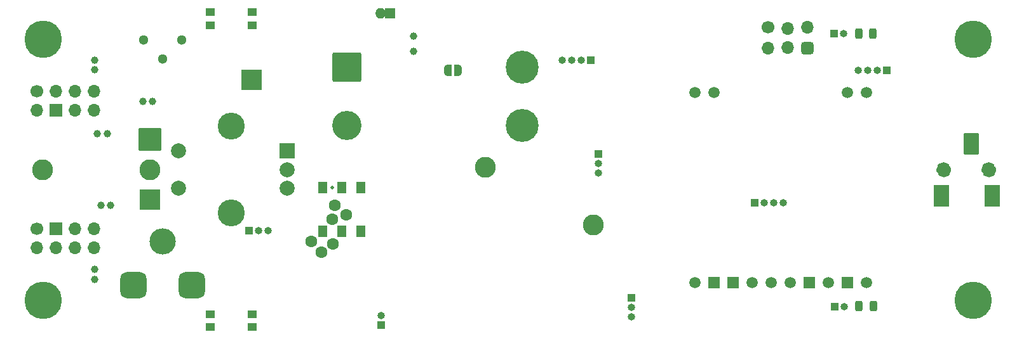
<source format=gbr>
%TF.GenerationSoftware,KiCad,Pcbnew,(6.0.4-0)*%
%TF.CreationDate,2024-06-15T12:47:14-04:00*%
%TF.ProjectId,SignalSnagger,5369676e-616c-4536-9e61-676765722e6b,rev?*%
%TF.SameCoordinates,Original*%
%TF.FileFunction,Soldermask,Bot*%
%TF.FilePolarity,Negative*%
%FSLAX46Y46*%
G04 Gerber Fmt 4.6, Leading zero omitted, Abs format (unit mm)*
G04 Created by KiCad (PCBNEW (6.0.4-0)) date 2024-06-15 12:47:14*
%MOMM*%
%LPD*%
G01*
G04 APERTURE LIST*
G04 Aperture macros list*
%AMRoundRect*
0 Rectangle with rounded corners*
0 $1 Rounding radius*
0 $2 $3 $4 $5 $6 $7 $8 $9 X,Y pos of 4 corners*
0 Add a 4 corners polygon primitive as box body*
4,1,4,$2,$3,$4,$5,$6,$7,$8,$9,$2,$3,0*
0 Add four circle primitives for the rounded corners*
1,1,$1+$1,$2,$3*
1,1,$1+$1,$4,$5*
1,1,$1+$1,$6,$7*
1,1,$1+$1,$8,$9*
0 Add four rect primitives between the rounded corners*
20,1,$1+$1,$2,$3,$4,$5,0*
20,1,$1+$1,$4,$5,$6,$7,0*
20,1,$1+$1,$6,$7,$8,$9,0*
20,1,$1+$1,$8,$9,$2,$3,0*%
%AMFreePoly0*
4,1,22,0.500000,-0.750000,0.000000,-0.750000,0.000000,-0.745033,-0.079941,-0.743568,-0.215256,-0.701293,-0.333266,-0.622738,-0.424486,-0.514219,-0.481581,-0.384460,-0.499164,-0.250000,-0.500000,-0.250000,-0.500000,0.250000,-0.499164,0.250000,-0.499963,0.256109,-0.478152,0.396186,-0.417904,0.524511,-0.324060,0.630769,-0.204165,0.706417,-0.067858,0.745374,0.000000,0.744959,0.000000,0.750000,
0.500000,0.750000,0.500000,-0.750000,0.500000,-0.750000,$1*%
%AMFreePoly1*
4,1,20,0.000000,0.744959,0.073905,0.744508,0.209726,0.703889,0.328688,0.626782,0.421226,0.519385,0.479903,0.390333,0.500000,0.250000,0.500000,-0.250000,0.499851,-0.262216,0.476331,-0.402017,0.414519,-0.529596,0.319384,-0.634700,0.198574,-0.708877,0.061801,-0.746166,0.000000,-0.745033,0.000000,-0.750000,-0.500000,-0.750000,-0.500000,0.750000,0.000000,0.750000,0.000000,0.744959,
0.000000,0.744959,$1*%
G04 Aperture macros list end*
%ADD10C,1.004000*%
%ADD11C,5.000000*%
%ADD12R,1.000000X1.000000*%
%ADD13O,1.000000X1.000000*%
%ADD14R,2.800000X2.800000*%
%ADD15C,1.000000*%
%ADD16C,2.800000*%
%ADD17R,1.270000X1.620000*%
%ADD18RoundRect,0.875000X0.875000X-0.875000X0.875000X0.875000X-0.875000X0.875000X-0.875000X-0.875000X0*%
%ADD19O,3.500000X3.500000*%
%ADD20FreePoly0,180.000000*%
%ADD21FreePoly1,180.000000*%
%ADD22R,2.000000X2.000000*%
%ADD23C,2.000000*%
%ADD24C,3.600000*%
%ADD25RoundRect,0.243750X0.243750X0.456250X-0.243750X0.456250X-0.243750X-0.456250X0.243750X-0.456250X0*%
%ADD26C,1.700000*%
%ADD27O,1.700000X1.700000*%
%ADD28RoundRect,0.425000X-0.425000X0.425000X-0.425000X-0.425000X0.425000X-0.425000X0.425000X0.425000X0*%
%ADD29C,1.500000*%
%ADD30R,1.500000X1.500000*%
%ADD31RoundRect,0.100000X1.400000X1.400000X-1.400000X1.400000X-1.400000X-1.400000X1.400000X-1.400000X0*%
%ADD32R,1.700000X1.700000*%
%ADD33RoundRect,0.102000X-0.900000X1.300000X-0.900000X-1.300000X0.900000X-1.300000X0.900000X1.300000X0*%
%ADD34RoundRect,0.102000X-0.900000X1.375000X-0.900000X-1.375000X0.900000X-1.375000X0.900000X1.375000X0*%
%ADD35R,1.200000X1.000000*%
%ADD36RoundRect,0.200000X0.500000X-0.500000X0.500000X0.500000X-0.500000X0.500000X-0.500000X-0.500000X0*%
%ADD37O,1.400000X1.400000*%
%ADD38C,0.500000*%
%ADD39C,1.600000*%
%ADD40C,1.300000*%
%ADD41C,4.400000*%
%ADD42RoundRect,0.250002X-1.699998X1.699998X-1.699998X-1.699998X1.699998X-1.699998X1.699998X1.699998X0*%
%ADD43C,3.900000*%
G04 APERTURE END LIST*
D10*
%TO.C,J301*%
X208502000Y-96186000D02*
G75*
G03*
X208502000Y-96186000I-502000J0D01*
G01*
X202502000Y-96186000D02*
G75*
G03*
X202502000Y-96186000I-502000J0D01*
G01*
%TD*%
D11*
%TO.C,REF\u002A\u002A*%
X81964000Y-113665000D03*
%TD*%
D12*
%TO.C,RV102*%
X109372500Y-104300000D03*
D13*
X110642500Y-104300000D03*
X111912500Y-104300000D03*
%TD*%
D11*
%TO.C,REF\u002A\u002A*%
X205917800Y-113665000D03*
%TD*%
%TO.C,REF\u002A\u002A*%
X81964000Y-78711000D03*
%TD*%
D14*
%TO.C,J304*%
X109760000Y-84150000D03*
%TD*%
D15*
%TO.C,JP105*%
X96560000Y-87040000D03*
X95260000Y-87040000D03*
%TD*%
%TO.C,JP202*%
X131340000Y-78330000D03*
X131340000Y-80330000D03*
%TD*%
D11*
%TO.C,REF\u002A\u002A*%
X205917800Y-78711000D03*
%TD*%
D16*
%TO.C,J105*%
X96170000Y-96190000D03*
%TD*%
D17*
%TO.C,T101*%
X119230000Y-98590000D03*
X121770000Y-98590000D03*
X124310000Y-98590000D03*
X124310000Y-104440000D03*
X121770000Y-104440000D03*
X119230000Y-104440000D03*
%TD*%
D18*
%TO.C,C103*%
X101760000Y-111570000D03*
X93960000Y-111570000D03*
D19*
X97860000Y-105770000D03*
%TD*%
D15*
%TO.C,JP103*%
X88800000Y-81510000D03*
X88800000Y-82810000D03*
%TD*%
D12*
%TO.C,TP301*%
X155980000Y-94085000D03*
D13*
X155980000Y-95355000D03*
X155980000Y-96625000D03*
%TD*%
D16*
%TO.C,J108*%
X81915000Y-96186000D03*
%TD*%
D20*
%TO.C,JP201*%
X137220000Y-82930000D03*
D21*
X135920000Y-82930000D03*
%TD*%
D15*
%TO.C,JP106*%
X90940000Y-100940000D03*
X89640000Y-100940000D03*
%TD*%
D16*
%TO.C,J302*%
X140920000Y-95890000D03*
%TD*%
D22*
%TO.C,SW203*%
X114500000Y-93686000D03*
D23*
X114500000Y-98686000D03*
X114500000Y-96186000D03*
D24*
X107000000Y-101986000D03*
X107000000Y-90386000D03*
D23*
X100000000Y-93686000D03*
X100000000Y-98686000D03*
%TD*%
D25*
%TO.C,D203*%
X192567500Y-77990000D03*
X190692500Y-77990000D03*
%TD*%
D12*
%TO.C,J208*%
X176790000Y-100630000D03*
D13*
X178060000Y-100630000D03*
X179330000Y-100630000D03*
X180600000Y-100630000D03*
%TD*%
D12*
%TO.C,J204*%
X187495000Y-114445000D03*
D13*
X188765000Y-114445000D03*
%TD*%
D26*
%TO.C,P201*%
X178550000Y-77180000D03*
D27*
X178550000Y-79920000D03*
X181190000Y-77280000D03*
X181190000Y-79820000D03*
X183830000Y-77180000D03*
D28*
X183830000Y-79920000D03*
%TD*%
D29*
%TO.C,U205*%
X168800000Y-85880000D03*
X171340000Y-85880000D03*
X189120000Y-85880000D03*
X191660000Y-85880000D03*
X191660000Y-111280000D03*
D30*
X189120000Y-111280000D03*
D29*
X186580000Y-111280000D03*
D30*
X184040000Y-111280000D03*
D29*
X181500000Y-111280000D03*
X178960000Y-111280000D03*
X176420000Y-111280000D03*
D30*
X173880000Y-111280000D03*
X171340000Y-111280000D03*
D29*
X168800000Y-111280000D03*
%TD*%
D15*
%TO.C,JP107*%
X88870000Y-110800000D03*
X88870000Y-109500000D03*
%TD*%
D12*
%TO.C,J203*%
X187415000Y-77975000D03*
D13*
X188685000Y-77975000D03*
%TD*%
D12*
%TO.C,J209*%
X194440000Y-82880000D03*
D13*
X193170000Y-82880000D03*
X191900000Y-82880000D03*
X190630000Y-82880000D03*
%TD*%
D15*
%TO.C,JP104*%
X90490000Y-91380000D03*
X89190000Y-91380000D03*
%TD*%
D25*
%TO.C,D204*%
X192587500Y-114427500D03*
X190712500Y-114427500D03*
%TD*%
D31*
%TO.C,J107*%
X96160000Y-92130000D03*
%TD*%
D26*
%TO.C,J104*%
X81150000Y-104075000D03*
D27*
X81150000Y-106615000D03*
D32*
X83690000Y-104075000D03*
D27*
X83690000Y-106615000D03*
X86230000Y-104075000D03*
X86230000Y-106615000D03*
X88770000Y-104075000D03*
X88770000Y-106615000D03*
%TD*%
D14*
%TO.C,J106*%
X96190000Y-100170000D03*
%TD*%
D29*
%TO.C,J301*%
X202000000Y-96186000D03*
X208000000Y-96186000D03*
D33*
X205700000Y-92736000D03*
D34*
X201700000Y-99636000D03*
X208500000Y-99636000D03*
%TD*%
D35*
%TO.C,SW201*%
X104200000Y-76850000D03*
X109800000Y-76850000D03*
X104200000Y-75150000D03*
X109800000Y-75150000D03*
%TD*%
D12*
%TO.C,J219*%
X127015000Y-116972500D03*
D13*
X127015000Y-115702500D03*
%TD*%
D16*
%TO.C,J903*%
X155280000Y-103600000D03*
%TD*%
D36*
%TO.C,J218*%
X128210000Y-75270000D03*
D37*
X126940000Y-75270000D03*
%TD*%
D12*
%TO.C,TP201*%
X154930000Y-81520000D03*
D13*
X153660000Y-81520000D03*
X152390000Y-81520000D03*
X151120000Y-81520000D03*
%TD*%
D35*
%TO.C,SW202*%
X104200000Y-115520000D03*
X109800000Y-115520000D03*
X104200000Y-117220000D03*
X109800000Y-117220000D03*
%TD*%
D12*
%TO.C,TP901*%
X160360000Y-113330000D03*
D13*
X160360000Y-114600000D03*
X160360000Y-115870000D03*
%TD*%
D38*
%TO.C,T901*%
X120510000Y-98590000D03*
D39*
X122380000Y-102210000D03*
X119060000Y-107200000D03*
X120860000Y-100950000D03*
X117740000Y-105800000D03*
X120570000Y-106110000D03*
X120520000Y-102830000D03*
%TD*%
D26*
%TO.C,J102*%
X81150000Y-85695000D03*
D27*
X81150000Y-88235000D03*
X83690000Y-85695000D03*
D32*
X83690000Y-88235000D03*
D27*
X86230000Y-85695000D03*
X86230000Y-88235000D03*
X88770000Y-85695000D03*
X88770000Y-88235000D03*
%TD*%
D40*
%TO.C,RV101*%
X100400000Y-78800000D03*
X97860000Y-81340000D03*
X95320000Y-78800000D03*
%TD*%
D41*
%TO.C,BT201*%
X145815000Y-90275000D03*
X145815000Y-82475000D03*
D42*
X122415000Y-82475000D03*
D43*
X122415000Y-90275000D03*
%TD*%
M02*

</source>
